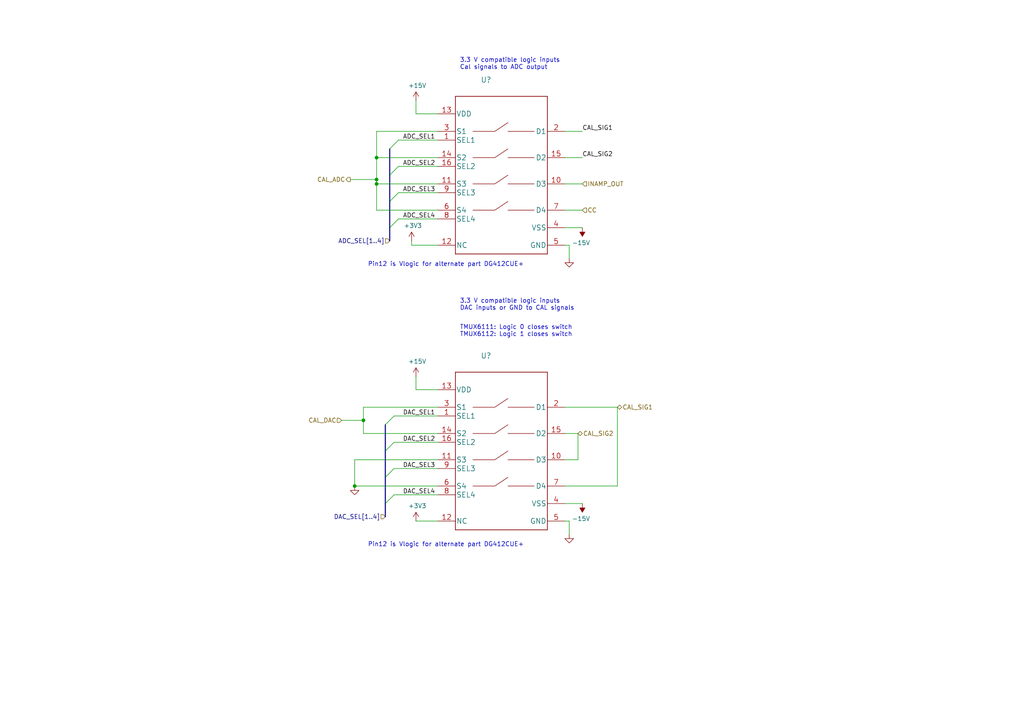
<source format=kicad_sch>
(kicad_sch (version 20211123) (generator eeschema)
  (paper "A4")
  (lib_symbols
    (symbol "covg-kicad:TMUX6111PWR" (pin_names (offset 0.254))
      (property "Reference" "U" (at 5.08 21.59 0))
      (property "Value" "TMUX6111PWR" (at 6.35 19.05 0))
      (symbol "TMUX6111PWR_0_1"
        (polyline (pts (xy 6.35 12.7) (xy 13.97 12.7)))
        (polyline (pts (xy 2.54 12.7) (xy -3.81 12.7) (xy 2.54 12.7) (xy 6.35 15.24)))
      )
      (symbol "TMUX6111PWR_1_1"
        (polyline (pts (xy -8.89 -22.86) (xy 17.78 -22.86)) (stroke (width 0.2032)))
        (polyline (pts (xy -8.89 22.86) (xy -8.89 -22.86)) (stroke (width 0.2032)))
        (polyline (pts (xy 6.35 -10.16) (xy 13.97 -10.16)))
        (polyline (pts (xy 6.35 -2.54) (xy 13.97 -2.54)))
        (polyline (pts (xy 6.35 5.08) (xy 13.97 5.08)))
        (polyline (pts (xy 17.78 -22.86) (xy 17.78 22.86)) (stroke (width 0.2032)))
        (polyline (pts (xy 17.78 22.86) (xy -8.89 22.86)) (stroke (width 0.2032)))
        (polyline (pts (xy 2.54 -10.16) (xy -3.81 -10.16) (xy 2.54 -10.16) (xy 6.35 -7.62)))
        (polyline (pts (xy 2.54 -2.54) (xy -3.81 -2.54) (xy 2.54 -2.54) (xy 6.35 0)))
        (polyline (pts (xy 2.54 5.08) (xy -3.81 5.08) (xy 2.54 5.08) (xy 6.35 7.62)))
        (pin input line (at -13.97 10.16 0) (length 5.08) (name "SEL1") (number "1"))
        (pin bidirectional line (at 22.86 -2.54 180) (length 5.08) (name "D3") (number "10"))
        (pin bidirectional line (at -13.97 -2.54 0) (length 5.08) (name "S3") (number "11"))
        (pin unspecified line (at -13.97 -20.32 0) (length 5.08) (name "NC") (number "12"))
        (pin power_in line (at -13.97 17.78 0) (length 5.08) (name "VDD") (number "13"))
        (pin bidirectional line (at -13.97 5.08 0) (length 5.08) (name "S2") (number "14"))
        (pin bidirectional line (at 22.86 5.08 180) (length 5.08) (name "D2") (number "15"))
        (pin input line (at -13.97 2.54 0) (length 5.08) (name "SEL2") (number "16"))
        (pin bidirectional line (at 22.86 12.7 180) (length 5.08) (name "D1") (number "2"))
        (pin bidirectional line (at -13.97 12.7 0) (length 5.08) (name "S1") (number "3"))
        (pin power_in line (at 22.86 -15.24 180) (length 5.08) (name "VSS") (number "4"))
        (pin power_in line (at 22.86 -20.32 180) (length 5.08) (name "GND") (number "5"))
        (pin bidirectional line (at -13.97 -10.16 0) (length 5.08) (name "S4") (number "6"))
        (pin bidirectional line (at 22.86 -10.16 180) (length 5.08) (name "D4") (number "7"))
        (pin input line (at -13.97 -12.7 0) (length 5.08) (name "SEL4") (number "8"))
        (pin input line (at -13.97 -5.08 0) (length 5.08) (name "SEL3") (number "9"))
      )
    )
    (symbol "power:+15V" (power) (pin_names (offset 0))
      (property "Value" "+15V" (at 0 3.556 0))
      (symbol "+15V_0_1"
        (polyline (pts (xy -0.762 1.27) (xy 0 2.54)))
        (polyline (pts (xy 0 0) (xy 0 2.54)))
        (polyline (pts (xy 0 2.54) (xy 0.762 1.27)))
      )
      (symbol "+15V_1_1"
        (pin power_in line (at 0 0 90) (length 0) hide (name "+15V") (number "1"))
      )
    )
    (symbol "power:+3.3V" (power) (pin_names (offset 0))
      (property "Value" "+3.3V" (at 0 3.556 0))
      (symbol "+3.3V_0_1"
        (polyline (pts (xy -0.762 1.27) (xy 0 2.54)))
        (polyline (pts (xy 0 0) (xy 0 2.54)))
        (polyline (pts (xy 0 2.54) (xy 0.762 1.27)))
      )
      (symbol "+3.3V_1_1"
        (pin power_in line (at 0 0 90) (length 0) hide (name "+3V3") (number "1"))
      )
    )
    (symbol "power:-15V" (power) (pin_names (offset 0))
      (property "Value" "-15V" (at 0 3.81 0))
      (symbol "-15V_0_0"
        (pin power_in line (at 0 0 90) (length 0) hide (name "-15V") (number "1"))
      )
      (symbol "-15V_0_1"
        (polyline (pts (xy 0 0) (xy 0 1.27) (xy 0.762 1.27) (xy 0 2.54) (xy -0.762 1.27) (xy 0 1.27)) (fill (type outline)))
      )
    )
    (symbol "power:GND" (power) (pin_names (offset 0))
      (property "Value" "GND" (at 0 -3.81 0))
      (symbol "GND_0_1"
        (polyline (pts (xy 0 0) (xy 0 -1.27) (xy 1.27 -1.27) (xy 0 -2.54) (xy -1.27 -1.27) (xy 0 -1.27)))
      )
      (symbol "GND_1_1"
        (pin power_in line (at 0 0 270) (length 0) hide (name "GND") (number "1"))
      )
    )
  )
  (junction (at 109.22 53.34))
  (junction (at 105.41 121.92))
  (junction (at 109.22 52.07))
  (junction (at 102.87 140.97))
  (junction (at 109.22 45.72))
  (bus_entry (at 115.57 63.5) (size -2.54 2.54))
  (bus_entry (at 115.57 55.88) (size -2.54 2.54))
  (bus_entry (at 114.3 128.27) (size -2.54 2.54))
  (bus_entry (at 114.3 120.65) (size -2.54 2.54))
  (bus_entry (at 114.3 135.89) (size -2.54 2.54))
  (bus_entry (at 114.3 143.51) (size -2.54 2.54))
  (bus_entry (at 115.57 48.26) (size -2.54 2.54))
  (bus_entry (at 115.57 40.64) (size -2.54 2.54))
  (wire (pts (xy 119.38 69.85) (xy 119.38 71.12)))
  (wire (pts (xy 120.65 113.03) (xy 127 113.03)))
  (wire (pts (xy 127 128.27) (xy 114.3 128.27)))
  (wire (pts (xy 167.64 125.73) (xy 167.64 133.35)))
  (wire (pts (xy 102.87 140.97) (xy 127 140.97)))
  (wire (pts (xy 127 40.64) (xy 115.57 40.64)))
  (wire (pts (xy 105.41 125.73) (xy 127 125.73)))
  (wire (pts (xy 165.1 71.12) (xy 165.1 74.93)))
  (wire (pts (xy 105.41 125.73) (xy 105.41 121.92)))
  (wire (pts (xy 120.65 151.13) (xy 127 151.13)))
  (bus (pts (xy 113.03 58.42) (xy 113.03 66.04)))
  (wire (pts (xy 163.83 118.11) (xy 179.07 118.11)))
  (wire (pts (xy 163.83 66.04) (xy 168.91 66.04)))
  (wire (pts (xy 163.83 140.97) (xy 179.07 140.97)))
  (wire (pts (xy 109.22 60.96) (xy 127 60.96)))
  (wire (pts (xy 120.65 33.02) (xy 127 33.02)))
  (wire (pts (xy 109.22 38.1) (xy 127 38.1)))
  (wire (pts (xy 120.65 29.21) (xy 120.65 33.02)))
  (bus (pts (xy 113.03 50.8) (xy 113.03 58.42)))
  (wire (pts (xy 105.41 118.11) (xy 127 118.11)))
  (wire (pts (xy 127 55.88) (xy 115.57 55.88)))
  (wire (pts (xy 109.22 52.07) (xy 101.6 52.07)))
  (wire (pts (xy 163.83 38.1) (xy 168.91 38.1)))
  (wire (pts (xy 127 120.65) (xy 114.3 120.65)))
  (wire (pts (xy 179.07 140.97) (xy 179.07 118.11)))
  (wire (pts (xy 120.65 109.22) (xy 120.65 113.03)))
  (wire (pts (xy 105.41 121.92) (xy 99.06 121.92)))
  (wire (pts (xy 109.22 45.72) (xy 109.22 38.1)))
  (wire (pts (xy 127 45.72) (xy 109.22 45.72)))
  (wire (pts (xy 127 135.89) (xy 114.3 135.89)))
  (wire (pts (xy 109.22 53.34) (xy 127 53.34)))
  (wire (pts (xy 163.83 71.12) (xy 165.1 71.12)))
  (bus (pts (xy 111.76 130.81) (xy 111.76 138.43)))
  (wire (pts (xy 102.87 140.97) (xy 102.87 133.35)))
  (wire (pts (xy 109.22 52.07) (xy 109.22 53.34)))
  (bus (pts (xy 113.03 43.18) (xy 113.03 50.8)))
  (wire (pts (xy 127 48.26) (xy 115.57 48.26)))
  (wire (pts (xy 127 143.51) (xy 114.3 143.51)))
  (wire (pts (xy 163.83 125.73) (xy 167.64 125.73)))
  (wire (pts (xy 163.83 45.72) (xy 168.91 45.72)))
  (wire (pts (xy 102.87 133.35) (xy 127 133.35)))
  (wire (pts (xy 119.38 71.12) (xy 127 71.12)))
  (bus (pts (xy 111.76 138.43) (xy 111.76 146.05)))
  (wire (pts (xy 163.83 146.05) (xy 168.91 146.05)))
  (bus (pts (xy 111.76 123.19) (xy 111.76 130.81)))
  (wire (pts (xy 127 63.5) (xy 115.57 63.5)))
  (wire (pts (xy 109.22 45.72) (xy 109.22 52.07)))
  (wire (pts (xy 105.41 121.92) (xy 105.41 118.11)))
  (wire (pts (xy 165.1 151.13) (xy 165.1 154.94)))
  (wire (pts (xy 163.83 60.96) (xy 168.91 60.96)))
  (wire (pts (xy 163.83 53.34) (xy 168.91 53.34)))
  (bus (pts (xy 113.03 66.04) (xy 113.03 69.85)))
  (bus (pts (xy 111.76 146.05) (xy 111.76 149.86)))
  (wire (pts (xy 163.83 151.13) (xy 165.1 151.13)))
  (wire (pts (xy 163.83 133.35) (xy 167.64 133.35)))
  (wire (pts (xy 109.22 53.34) (xy 109.22 60.96)))
  (text "3.3 V compatible logic inputs\nCal signals to ADC output" (at 133.35 20.32 0) (effects (font (size 1.27 1.27)) (justify left bottom)))
  (text "Pin12 is Vlogic for alternate part DG412CUE+" (at 106.68 158.75 0) (effects (font (size 1.27 1.27)) (justify left bottom)))
  (text "TMUX6111: Logic 0 closes switch\nTMUX6112: Logic 1 closes switch" (at 133.35 97.79 0) (effects (font (size 1.27 1.27)) (justify left bottom)))
  (text "3.3 V compatible logic inputs \nDAC inputs or GND to CAL signals" (at 133.35 90.17 0) (effects (font (size 1.27 1.27)) (justify left bottom)))
  (text "Pin12 is Vlogic for alternate part DG412CUE+" (at 106.68 77.47 0) (effects (font (size 1.27 1.27)) (justify left bottom)))
  (label "ADC_SEL1" (at 116.84 40.64 0))
  (label "DAC_SEL2" (at 116.84 128.27 0))
  (label "ADC_SEL2" (at 116.84 48.26 0))
  (label "DAC_SEL1" (at 116.84 120.65 0))
  (label "ADC_SEL4" (at 116.84 63.5 0))
  (label "CAL_SIG2" (at 168.91 45.72 0))
  (label "DAC_SEL4" (at 116.84 143.51 0))
  (label "CAL_SIG1" (at 168.91 38.1 0))
  (label "ADC_SEL3" (at 116.84 55.88 0))
  (label "DAC_SEL3" (at 116.84 135.89 0))
  (hierarchical_label "CC" (shape input) (at 168.91 60.96 0))
  (hierarchical_label "ADC_SEL[1..4]" (shape input) (at 113.03 69.85 180))
  (hierarchical_label "CAL_SIG2" (shape bidirectional) (at 167.64 125.73 0))
  (hierarchical_label "CAL_SIG1" (shape bidirectional) (at 179.07 118.11 0))
  (hierarchical_label "DAC_SEL[1..4]" (shape input) (at 111.76 149.86 180))
  (hierarchical_label "CAL_ADC" (shape output) (at 101.6 52.07 180))
  (hierarchical_label "CAL_DAC" (shape input) (at 99.06 121.92 180))
  (hierarchical_label "INAMP_OUT" (shape input) (at 168.91 53.34 0))
  (symbol (lib_id "power:-15V") (at 168.91 66.04 180) (unit 1)
    (property "Reference" "#PWR?" (effects hide))
  )
  (symbol (lib_id "power:+15V") (at 120.65 29.21 0) (unit 1)
    (property "Reference" "#PWR?" (effects hide))
  )
  (symbol (lib_id "power:GND") (at 165.1 74.93 0) (unit 1)
    (property "Reference" "#PWR?" (effects hide))
  )
  (symbol (lib_id "covg-kicad:TMUX6111PWR") (at 140.97 50.8 0) (unit 1)
    (property "Reference" "U?" (at 140.97 23.1648 0) (effects (font (size 1.524 1.524))))
    (property "Manf#" "TMUX6111PWR" (effects hide))
    (property "Alternate Manf#" "TMUX6112PWR" (effects hide))
    (property "Alternate2 Manf#" "DG412CUE+" (effects hide))
  )
  (symbol (lib_id "power:-15V") (at 168.91 146.05 180) (unit 1)
    (property "Reference" "#PWR?" (effects hide))
  )
  (symbol (lib_id "power:+15V") (at 120.65 109.22 0) (unit 1)
    (property "Reference" "#PWR?" (effects hide))
  )
  (symbol (lib_id "power:GND") (at 165.1 154.94 0) (unit 1)
    (property "Reference" "#PWR?" (effects hide))
  )
  (symbol (lib_id "covg-kicad:TMUX6111PWR") (at 140.97 130.81 0) (unit 1)
    (property "Reference" "U?" (at 140.97 103.1748 0) (effects (font (size 1.524 1.524))))
    (property "Manf#" "TMUX6111PWR" (effects hide))
    (property "Alternate Manf#" "TMUX6112PWR" (effects hide))
    (property "Alternate2 Manf#" "DG412CUE+" (effects hide))
  )
  (symbol (lib_id "power:GND") (at 102.87 140.97 0) (unit 1)
    (property "Reference" "#PWR?" (effects hide))
  )
  (symbol (lib_id "power:+3.3V") (at 120.65 151.13 0) (unit 1)
    (property "Reference" "#PWR0208" (effects hide))
  )
  (symbol (lib_id "power:+3.3V") (at 119.38 69.85 0) (unit 1)
    (property "Reference" "#PWR0209" (effects hide))
  )
)
</source>
